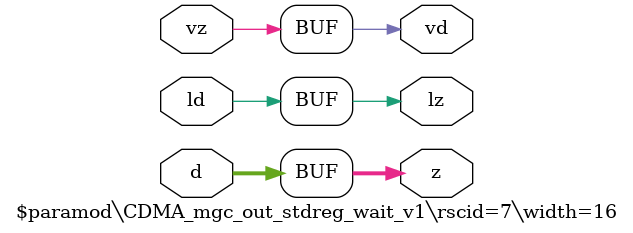
<source format=v>
module \$paramod\CDMA_mgc_out_stdreg_wait_v1\rscid=7\width=16 (ld, vd, d, lz, vz, z);
  (* src = "./vmod/nvdla/cdma/NV_NVDLA_CDMA_CVT_cell.v:47" *)
  input [15:0] d;
  (* src = "./vmod/nvdla/cdma/NV_NVDLA_CDMA_CVT_cell.v:45" *)
  input ld;
  (* src = "./vmod/nvdla/cdma/NV_NVDLA_CDMA_CVT_cell.v:48" *)
  output lz;
  (* src = "./vmod/nvdla/cdma/NV_NVDLA_CDMA_CVT_cell.v:46" *)
  output vd;
  (* src = "./vmod/nvdla/cdma/NV_NVDLA_CDMA_CVT_cell.v:49" *)
  input vz;
  (* src = "./vmod/nvdla/cdma/NV_NVDLA_CDMA_CVT_cell.v:50" *)
  output [15:0] z;
  assign lz = ld;
  assign vd = vz;
  assign z = d;
endmodule

</source>
